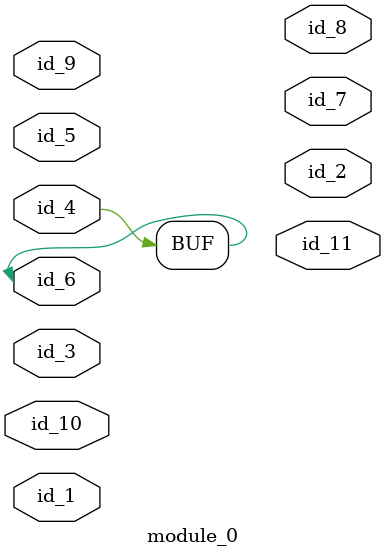
<source format=v>
module module_0 (
    id_1,
    id_2,
    id_3,
    id_4,
    id_5,
    id_6,
    id_7,
    id_8,
    id_9,
    id_10,
    id_11
);
  output id_11;
  input id_10;
  input id_9;
  output id_8;
  output id_7;
  input id_6;
  input id_5;
  input id_4;
  input id_3;
  output id_2;
  input id_1;
  assign id_4 = id_6;
  id_12 id_13 (
      .id_5 (id_1),
      .id_2 (id_6[id_8 : id_8]),
      .id_1 (id_4),
      .id_9 (id_3),
      .id_10(1)
  );
endmodule

</source>
